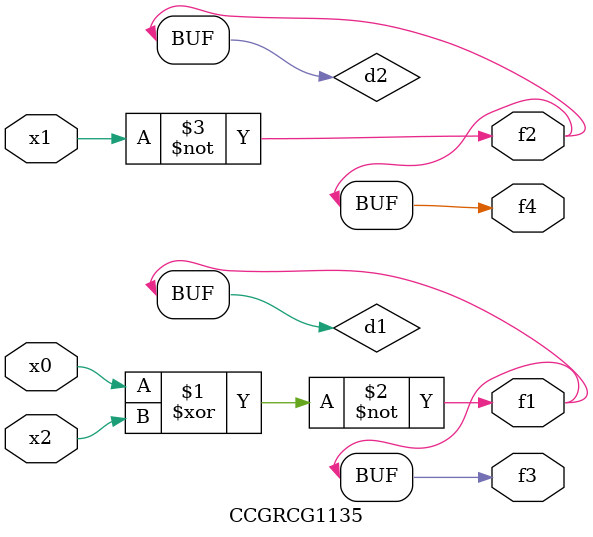
<source format=v>
module CCGRCG1135(
	input x0, x1, x2,
	output f1, f2, f3, f4
);

	wire d1, d2, d3;

	xnor (d1, x0, x2);
	nand (d2, x1);
	nor (d3, x1, x2);
	assign f1 = d1;
	assign f2 = d2;
	assign f3 = d1;
	assign f4 = d2;
endmodule

</source>
